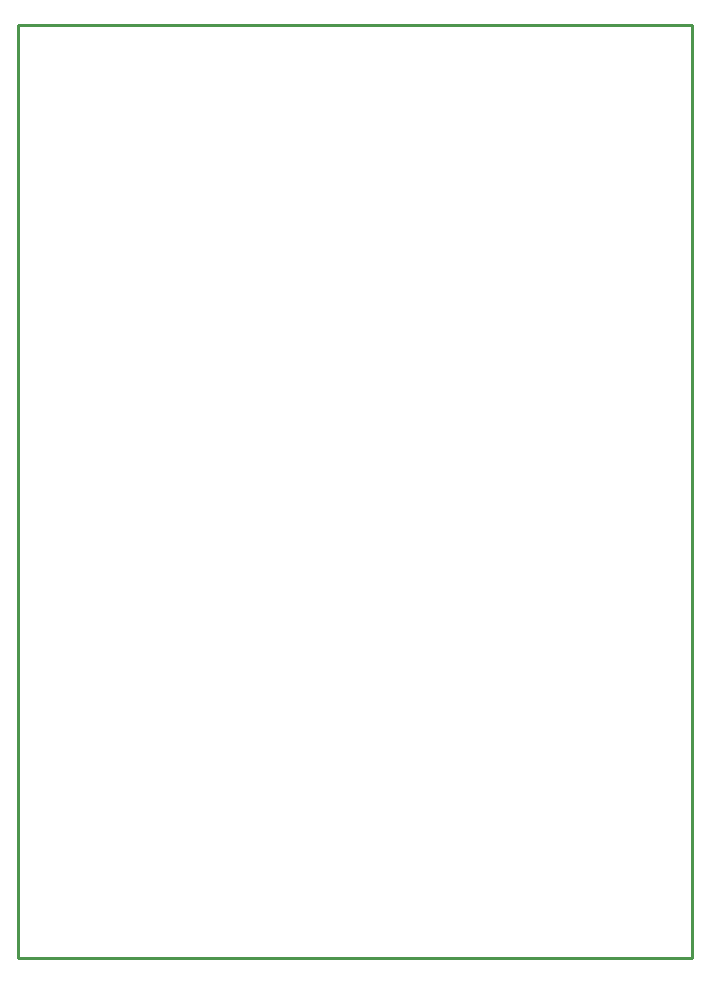
<source format=gko>
G04 Layer: BoardOutline*
G04 EasyEDA v6.4.25, 2021-11-23T19:48:26+05:30*
G04 6deea0fc31d746a092a9f6c351e50df0,9f4002972f33485ea6085689b454d61d,10*
G04 Gerber Generator version 0.2*
G04 Scale: 100 percent, Rotated: No, Reflected: No *
G04 Dimensions in millimeters *
G04 leading zeros omitted , absolute positions ,4 integer and 5 decimal *
%FSLAX45Y45*%
%MOMM*%

%ADD10C,0.2540*%
D10*
X299999Y9199999D02*
G01*
X6000000Y9199999D01*
X6000000Y1299999D01*
X299999Y1299999D01*
X299999Y9199999D01*

%LPD*%
M02*

</source>
